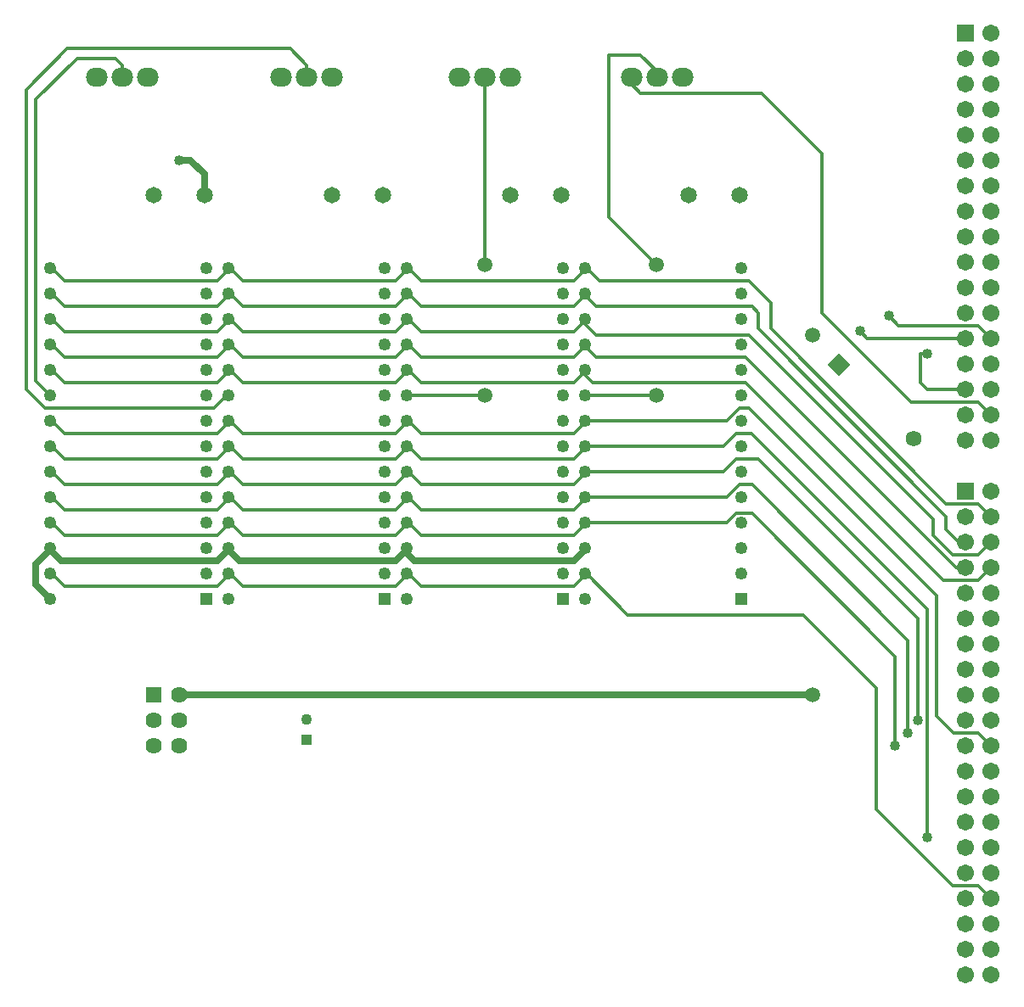
<source format=gbr>
G04 DipTrace 4.3.0.5*
G04 2 - Bottom.gbr*
%MOMM*%
G04 #@! TF.FileFunction,Copper,L2,Bot*
G04 #@! TF.Part,Single*
%AMOUTLINE0*
4,1,4,
0.0,1.1243,
1.1243,0.0,
0.0,-1.1243,
-1.1243,0.0,
0.0,1.1243,
0*%
G04 #@! TA.AperFunction,Conductor*
%ADD16C,0.66*%
%ADD17C,0.3302*%
%ADD18C,0.6604*%
G04 #@! TA.AperFunction,ComponentPad*
%ADD22R,1.1X1.1*%
%ADD23C,1.1*%
%ADD24C,1.65*%
%ADD25C,1.59*%
%ADD26R,1.71X1.71*%
%ADD27C,1.71*%
%ADD28R,1.62X1.62*%
%ADD29C,1.62*%
%ADD30O,2.159X1.905*%
%ADD31C,1.5*%
%ADD32R,1.25X1.25*%
%ADD33C,1.25*%
G04 #@! TA.AperFunction,ViaPad*
%ADD34C,1.016*%
G04 #@! TA.AperFunction,ComponentPad*
%ADD72OUTLINE0*%
%FSLAX35Y35*%
G04*
G71*
G90*
G75*
G01*
G04 Bottom*
%LPD*%
X-9604480Y-444513D2*
D16*
Y-460270D1*
X-9493250Y-571500D1*
X-7937500D1*
X-7826480Y-460480D1*
Y-444513D1*
Y-460270D2*
X-7715250Y-571500D1*
X-6159500D1*
X-6048480Y-460480D1*
Y-444513D1*
Y-492020D1*
X-5969000Y-571500D1*
X-4381500D1*
X-4270500Y-460500D1*
Y-444500D1*
X-9604480Y-460480D2*
X-9747250Y-603250D1*
Y-809733D1*
X-9604470Y-952513D1*
X-9604483Y-190513D2*
D17*
X-9588487D1*
X-9461500Y-317500D1*
X-7937500D1*
X-7826483Y-206483D1*
Y-190513D1*
X-7810487D1*
X-7683500Y-317500D1*
X-6159500D1*
X-6048483Y-206483D1*
Y-190513D1*
X-6032487D1*
X-5905500Y-317500D1*
X-4381500D1*
X-4270500Y-206500D1*
Y-190500D1*
X-2857500D1*
X-2762250Y-95250D1*
X-2603500D1*
X-1174750Y-1524000D1*
Y-2413000D1*
X-9604490Y63487D2*
X-9588487D1*
X-9461500Y-63500D1*
X-7937500D1*
X-7826490Y47510D1*
Y63487D1*
X-7810487D1*
X-7683500Y-63500D1*
X-6159500D1*
X-6048490Y47510D1*
Y63487D1*
X-6032487D1*
X-5905500Y-63500D1*
X-4381500D1*
X-4270500Y47500D1*
Y63500D1*
X-2857500D1*
X-2730500Y190500D1*
X-2603500D1*
X-1047750Y-1365250D1*
Y-2286000D1*
X-9604503Y825487D2*
X-9588487D1*
X-9461500Y698500D1*
X-7937500D1*
X-7826503Y809497D1*
Y825487D1*
X-7810487D1*
X-7683500Y698500D1*
X-6159500D1*
X-6048503Y809497D1*
Y825487D1*
X-6032487D1*
X-5905500Y698500D1*
X-4381500D1*
X-4270500Y809500D1*
Y825500D1*
X-2857500D1*
X-2730500Y952500D1*
X-2635250D1*
X-762000Y-920750D1*
Y-2120703D1*
X-596703Y-2286000D1*
X-349200D1*
X-222200Y-2413000D1*
X-9604493Y317487D2*
X-9588487D1*
X-9461500Y190500D1*
X-7937500D1*
X-7826493Y301507D1*
Y317487D1*
X-7810487D1*
X-7683500Y190500D1*
X-6159500D1*
X-6048493Y301507D1*
Y317487D1*
X-6032487D1*
X-5905500Y190500D1*
X-4381500D1*
X-4270500Y301500D1*
Y317500D1*
X-2889250D1*
X-2762250Y444500D1*
X-2540000D1*
X-952500Y-1143000D1*
Y-2159000D1*
X-9604530Y2349487D2*
X-9588487D1*
X-9461500Y2222500D1*
X-7937500D1*
X-7826530Y2333470D1*
Y2349487D1*
X-7810487D1*
X-7683500Y2222500D1*
X-6159500D1*
X-6048530Y2333470D1*
Y2349487D1*
X-6032487D1*
X-5905500Y2222500D1*
X-4381500D1*
X-4270500Y2333500D1*
Y2349500D1*
X-4254500D1*
X-4127500Y2222500D1*
X-2635250D1*
X-2413000Y2000250D1*
Y1746250D1*
X-666750Y0D1*
X-349200D1*
X-222200Y-127000D1*
X-9604527Y2095487D2*
X-9588487D1*
X-9461500Y1968500D1*
X-7937500D1*
X-7826527Y2079473D1*
Y2095487D1*
X-7810487D1*
X-7683500Y1968500D1*
X-6159500D1*
X-6048527Y2079473D1*
Y2095487D1*
X-6032487D1*
X-5905500Y1968500D1*
X-4381500D1*
X-4270500Y2079500D1*
Y2095500D1*
Y2079750D2*
X-4159250Y1968500D1*
X-2603500D1*
X-2540000Y1905000D1*
Y1746250D1*
X-666750Y-127000D1*
Y-254000D1*
X-539750Y-381000D1*
X-476200D1*
X-9604520Y1841487D2*
X-9588487D1*
X-9461500Y1714500D1*
X-7937500D1*
X-7826520Y1825480D1*
Y1841487D1*
X-7810487D1*
X-7683500Y1714500D1*
X-6159500D1*
X-6048520Y1825480D1*
Y1841487D1*
X-6032487D1*
X-5905500Y1714500D1*
X-4381500D1*
X-4270500Y1825500D1*
Y1841500D1*
Y1794000D1*
X-4159250Y1682750D1*
X-2635250D1*
X-793750Y-158750D1*
Y-317500D1*
X-603250Y-508000D1*
X-349200D1*
X-222200Y-381000D1*
X-9604517Y1587487D2*
X-9588487D1*
X-9461500Y1460500D1*
X-7937500D1*
X-7826517Y1571483D1*
Y1587487D1*
X-7810487D1*
X-7683500Y1460500D1*
X-6159500D1*
X-6048517Y1571483D1*
Y1587487D1*
X-6032487D1*
X-5905500Y1460500D1*
X-4381500D1*
X-4270500Y1571500D1*
Y1587500D1*
Y1571750D2*
X-4159250Y1460500D1*
X-2667000D1*
X-571500Y-635000D1*
X-476200D1*
X-9604510Y1333487D2*
X-9588487D1*
X-9461500Y1206500D1*
X-7937500D1*
X-7826510Y1317490D1*
Y1333487D1*
X-7810487D1*
X-7683500Y1206500D1*
X-6159500D1*
X-6048510Y1317490D1*
Y1333487D1*
X-6032487D1*
X-5905500Y1206500D1*
X-4381500D1*
X-4270500Y1317500D1*
Y1333500D1*
Y1286000D1*
X-4191000Y1206500D1*
X-2667000D1*
X-698500Y-762000D1*
X-349200D1*
X-222200Y-635000D1*
X-8318500Y3429000D2*
D18*
X-8204593D1*
X-8064500Y3288907D1*
Y3079750D1*
X-7045197Y4259173D2*
D17*
Y4378197D1*
X-7207250Y4540250D1*
X-9429750D1*
X-9842500Y4127500D1*
Y1143000D1*
X-9652000Y952500D1*
X-7969250D1*
X-7842263Y1079487D1*
X-7826507D1*
X-5267197Y4259173D2*
Y2384553D1*
X-5270500Y2381250D1*
X-3552697Y4259173D2*
Y4314697D1*
X-3714750Y4476750D1*
X-4032250D1*
Y2857500D1*
X-3556000Y2381250D1*
X-4270500Y1079500D2*
X-3556000D1*
X-9604473Y-698513D2*
X-9588487D1*
X-9461500Y-825500D1*
X-7937500D1*
X-7826473Y-714473D1*
Y-698513D1*
X-7810487D1*
X-7683500Y-825500D1*
X-6159500D1*
X-6048473Y-714473D1*
Y-698513D1*
X-6032487D1*
X-5905500Y-825500D1*
X-4381500D1*
X-4270500Y-714500D1*
Y-698500D1*
X-4254500D1*
X-3841750Y-1111250D1*
X-2095500D1*
X-1365250Y-1841500D1*
Y-3048000D1*
X-603250Y-3810000D1*
X-349200D1*
X-222200Y-3937000D1*
X-9604497Y571487D2*
X-9588487D1*
X-9461500Y444500D1*
X-7937500D1*
X-7826497Y555503D1*
Y571487D1*
X-7810487D1*
X-7683500Y444500D1*
X-6159500D1*
X-6048497Y555503D1*
Y571487D1*
X-6032487D1*
X-5905500Y444500D1*
X-4381500D1*
X-4270500Y555500D1*
Y571500D1*
X-2889250D1*
X-2762250Y698500D1*
X-2610047D1*
X-857250Y-1054297D1*
Y-3333750D1*
X-6048507Y1079487D2*
X-5270513D1*
X-5270500Y1079500D1*
X-8318500Y-1905000D2*
D16*
X-2000250D1*
X-8886697Y4259173D2*
D17*
Y4378197D1*
X-8953500Y4445000D1*
X-9334500D1*
X-9747250Y4032250D1*
Y1222230D1*
X-9604507Y1079487D1*
X-1524000Y1721047D2*
X-1453953Y1651000D1*
X-476200D1*
X-1238250Y1873250D2*
X-1143000Y1778000D1*
X-349200D1*
X-222200Y1651000D1*
X-3806697Y4259173D2*
Y4187697D1*
X-3714750Y4095750D1*
X-2508250D1*
X-1905000Y3492500D1*
Y1905000D1*
X-1016000Y1016000D1*
X-349200D1*
X-222200Y889000D1*
X-857250Y1492250D2*
X-920750D1*
Y1206047D1*
X-857703Y1143000D1*
X-476200D1*
D34*
X-1174750Y-2413000D3*
X-1047750Y-2286000D3*
X-952500Y-2159000D3*
X-8318500Y3429000D3*
X-857250Y-3333750D3*
X-1524000Y1721047D3*
X-1238250Y1873250D3*
X-857250Y1492250D3*
D22*
X-7048500Y-2354250D3*
D23*
Y-2154250D3*
D24*
X-8064500Y3079750D3*
X-8572500D3*
X-6286500D3*
X-6794500D3*
X-4508500D3*
X-5016500D3*
X-2730500D3*
X-3238500D3*
D72*
X-1735774Y1386524D3*
D25*
X-994726Y645476D3*
D26*
X-476200Y127000D3*
D27*
X-222200D3*
X-476200Y-127000D3*
X-222200D3*
X-476200Y-381000D3*
X-222200D3*
X-476200Y-635000D3*
X-222200D3*
X-476200Y-889000D3*
X-222200D3*
X-476200Y-1143000D3*
X-222200D3*
X-476200Y-1397000D3*
X-222200D3*
X-476200Y-1651000D3*
X-222200D3*
X-476200Y-1905000D3*
X-222200D3*
X-476200Y-2159000D3*
X-222200D3*
X-476200Y-2413000D3*
X-222200D3*
X-476200Y-2667000D3*
X-222200D3*
X-476200Y-2921000D3*
X-222200D3*
X-476200Y-3175000D3*
X-222200D3*
X-476200Y-3429000D3*
X-222200D3*
X-476200Y-3683000D3*
X-222200D3*
X-476200Y-3937000D3*
X-222200D3*
X-476200Y-4191000D3*
X-222200D3*
X-476200Y-4445000D3*
X-222200D3*
X-476200Y-4699000D3*
X-222200D3*
D26*
X-476200Y4699000D3*
D27*
X-222200D3*
X-476200Y4445000D3*
X-222200D3*
X-476200Y4191000D3*
X-222200D3*
X-476200Y3937000D3*
X-222200D3*
X-476200Y3683000D3*
X-222200D3*
X-476200Y3429000D3*
X-222200D3*
X-476200Y3175000D3*
X-222200D3*
X-476200Y2921000D3*
X-222200D3*
X-476200Y2667000D3*
X-222200D3*
X-476200Y2413000D3*
X-222200D3*
X-476200Y2159000D3*
X-222200D3*
X-476200Y1905000D3*
X-222200D3*
X-476200Y1651000D3*
X-222200D3*
X-476200Y1397000D3*
X-222200D3*
X-476200Y1143000D3*
X-222200D3*
X-476200Y889000D3*
X-222200D3*
X-476200Y635000D3*
X-222200D3*
D28*
X-8572500Y-1905000D3*
D29*
X-8318500D3*
X-8572500Y-2159000D3*
X-8318500D3*
X-8572500Y-2413000D3*
X-8318500D3*
D30*
X-9140697Y4259173D3*
X-8632700Y4259170D3*
X-8886697Y4259173D3*
X-7299197D3*
X-6791200Y4259170D3*
X-7045197Y4259173D3*
X-5521197D3*
X-5013200Y4259170D3*
X-5267197Y4259173D3*
X-3806697D3*
X-3298700Y4259170D3*
X-3552697Y4259173D3*
D31*
X-2000250Y1682750D3*
Y-1905000D3*
X-5270500Y1079500D3*
Y2381250D3*
X-3556000D3*
Y1079500D3*
D32*
X-8048470Y-952486D3*
D33*
X-8048474Y-698486D3*
X-8048479Y-444486D3*
X-8048484Y-190486D3*
X-8048488Y63514D3*
X-8048493Y317514D3*
X-8048498Y571514D3*
X-8048502Y825514D3*
X-8048507Y1079514D3*
X-8048512Y1333514D3*
X-8048516Y1587514D3*
X-8048521Y1841514D3*
X-8048526Y2095514D3*
X-8048530Y2349514D3*
X-9604530Y2349485D3*
X-9604526Y2095485D3*
X-9604521Y1841485D3*
X-9604516Y1587485D3*
X-9604512Y1333485D3*
X-9604507Y1079485D3*
X-9604502Y825485D3*
X-9604498Y571485D3*
X-9604493Y317485D3*
X-9604488Y63485D3*
X-9604484Y-190515D3*
X-9604479Y-444515D3*
X-9604474Y-698515D3*
X-9604470Y-952515D3*
D32*
X-6270470Y-952486D3*
D33*
X-6270474Y-698486D3*
X-6270479Y-444486D3*
X-6270484Y-190486D3*
X-6270488Y63514D3*
X-6270493Y317514D3*
X-6270498Y571514D3*
X-6270502Y825514D3*
X-6270507Y1079514D3*
X-6270512Y1333514D3*
X-6270516Y1587514D3*
X-6270521Y1841514D3*
X-6270526Y2095514D3*
X-6270530Y2349514D3*
X-7826530Y2349485D3*
X-7826526Y2095485D3*
X-7826521Y1841485D3*
X-7826516Y1587485D3*
X-7826512Y1333485D3*
X-7826507Y1079485D3*
X-7826502Y825485D3*
X-7826498Y571485D3*
X-7826493Y317485D3*
X-7826488Y63485D3*
X-7826484Y-190515D3*
X-7826479Y-444515D3*
X-7826474Y-698515D3*
X-7826470Y-952515D3*
D32*
X-4492470Y-952486D3*
D33*
X-4492474Y-698486D3*
X-4492479Y-444486D3*
X-4492484Y-190486D3*
X-4492488Y63514D3*
X-4492493Y317514D3*
X-4492498Y571514D3*
X-4492502Y825514D3*
X-4492507Y1079514D3*
X-4492512Y1333514D3*
X-4492516Y1587514D3*
X-4492521Y1841514D3*
X-4492526Y2095514D3*
X-4492530Y2349514D3*
X-6048530Y2349485D3*
X-6048526Y2095485D3*
X-6048521Y1841485D3*
X-6048516Y1587485D3*
X-6048512Y1333485D3*
X-6048507Y1079485D3*
X-6048502Y825485D3*
X-6048498Y571485D3*
X-6048493Y317485D3*
X-6048488Y63485D3*
X-6048484Y-190515D3*
X-6048479Y-444515D3*
X-6048474Y-698515D3*
X-6048470Y-952515D3*
D32*
X-2714500Y-952500D3*
D33*
Y-698500D3*
Y-444500D3*
Y-190500D3*
Y63500D3*
Y317500D3*
Y571500D3*
Y825500D3*
Y1079500D3*
Y1333500D3*
Y1587500D3*
Y1841500D3*
Y2095500D3*
Y2349500D3*
X-4270500D3*
Y2095500D3*
Y1841500D3*
Y1587500D3*
Y1333500D3*
Y1079500D3*
Y825500D3*
Y571500D3*
Y317500D3*
Y63500D3*
Y-190500D3*
Y-444500D3*
Y-698500D3*
Y-952500D3*
M02*

</source>
